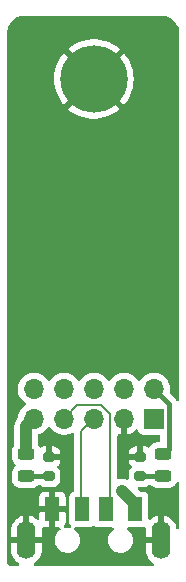
<source format=gbr>
%TF.GenerationSoftware,KiCad,Pcbnew,6.0.11+dfsg-1*%
%TF.CreationDate,2025-01-09T09:40:10-08:00*%
%TF.ProjectId,eUSB,65555342-2e6b-4696-9361-645f70636258,rev?*%
%TF.SameCoordinates,Original*%
%TF.FileFunction,Copper,L1,Top*%
%TF.FilePolarity,Positive*%
%FSLAX46Y46*%
G04 Gerber Fmt 4.6, Leading zero omitted, Abs format (unit mm)*
G04 Created by KiCad (PCBNEW 6.0.11+dfsg-1) date 2025-01-09 09:40:10*
%MOMM*%
%LPD*%
G01*
G04 APERTURE LIST*
G04 Aperture macros list*
%AMRoundRect*
0 Rectangle with rounded corners*
0 $1 Rounding radius*
0 $2 $3 $4 $5 $6 $7 $8 $9 X,Y pos of 4 corners*
0 Add a 4 corners polygon primitive as box body*
4,1,4,$2,$3,$4,$5,$6,$7,$8,$9,$2,$3,0*
0 Add four circle primitives for the rounded corners*
1,1,$1+$1,$2,$3*
1,1,$1+$1,$4,$5*
1,1,$1+$1,$6,$7*
1,1,$1+$1,$8,$9*
0 Add four rect primitives between the rounded corners*
20,1,$1+$1,$2,$3,$4,$5,0*
20,1,$1+$1,$4,$5,$6,$7,0*
20,1,$1+$1,$6,$7,$8,$9,0*
20,1,$1+$1,$8,$9,$2,$3,0*%
G04 Aperture macros list end*
%TA.AperFunction,SMDPad,CuDef*%
%ADD10RoundRect,0.200000X0.275000X-0.200000X0.275000X0.200000X-0.275000X0.200000X-0.275000X-0.200000X0*%
%TD*%
%TA.AperFunction,ComponentPad*%
%ADD11C,5.700000*%
%TD*%
%TA.AperFunction,SMDPad,CuDef*%
%ADD12RoundRect,0.243750X0.456250X-0.243750X0.456250X0.243750X-0.456250X0.243750X-0.456250X-0.243750X0*%
%TD*%
%TA.AperFunction,ComponentPad*%
%ADD13O,1.700000X1.700000*%
%TD*%
%TA.AperFunction,ComponentPad*%
%ADD14R,1.700000X1.700000*%
%TD*%
%TA.AperFunction,SMDPad,CuDef*%
%ADD15R,1.200000X2.000000*%
%TD*%
%TA.AperFunction,ComponentPad*%
%ADD16O,1.600000X3.200000*%
%TD*%
%TA.AperFunction,ViaPad*%
%ADD17C,0.800000*%
%TD*%
%TA.AperFunction,Conductor*%
%ADD18C,1.000000*%
%TD*%
%TA.AperFunction,Conductor*%
%ADD19C,0.200000*%
%TD*%
%TA.AperFunction,Conductor*%
%ADD20C,0.400000*%
%TD*%
G04 APERTURE END LIST*
D10*
%TO.P,R2,1*%
%TO.N,Net-(D2-Pad1)*%
X156210000Y-93789000D03*
%TO.P,R2,2*%
%TO.N,GND*%
X156210000Y-92139000D03*
%TD*%
%TO.P,R1,1*%
%TO.N,Net-(D1-Pad1)*%
X163957000Y-93789000D03*
%TO.P,R1,2*%
%TO.N,GND*%
X163957000Y-92139000D03*
%TD*%
D11*
%TO.P,H1,1,1*%
%TO.N,GND*%
X160020000Y-60130000D03*
%TD*%
D12*
%TO.P,D2,1,K*%
%TO.N,Net-(D2-Pad1)*%
X154305000Y-93774500D03*
%TO.P,D2,2,A*%
%TO.N,+5V*%
X154305000Y-91899500D03*
%TD*%
%TO.P,D1,1,K*%
%TO.N,Net-(D1-Pad1)*%
X165862000Y-93774500D03*
%TO.P,D1,2,A*%
%TO.N,Net-(D1-Pad2)*%
X165862000Y-91899500D03*
%TD*%
D13*
%TO.P,J1,1,Pin_1*%
%TO.N,+5V*%
X154945000Y-88905000D03*
%TO.P,J1,2,Pin_2*%
%TO.N,unconnected-(J1-Pad2)*%
X154945000Y-86365000D03*
%TO.P,J1,3,Pin_3*%
%TO.N,/D-*%
X157485000Y-88905000D03*
%TO.P,J1,4,Pin_4*%
%TO.N,unconnected-(J1-Pad4)*%
X157485000Y-86365000D03*
%TO.P,J1,5,Pin_5*%
%TO.N,/D+*%
X160025000Y-88905000D03*
%TO.P,J1,6,Pin_6*%
%TO.N,unconnected-(J1-Pad6)*%
X160025000Y-86365000D03*
%TO.P,J1,7,Pin_7*%
%TO.N,GND*%
X162565000Y-88905000D03*
%TO.P,J1,8,Pin_8*%
%TO.N,unconnected-(J1-Pad8)*%
X162565000Y-86365000D03*
D14*
%TO.P,J1,9,Pin_9*%
%TO.N,/KEY*%
X165105000Y-88905000D03*
D13*
%TO.P,J1,10,Pin_10*%
%TO.N,Net-(D1-Pad2)*%
X165105000Y-86365000D03*
%TD*%
D15*
%TO.P,J2,1,VCC*%
%TO.N,+5V*%
X163520000Y-96587000D03*
%TO.P,J2,2,D-*%
%TO.N,/D-*%
X161020000Y-96587000D03*
%TO.P,J2,3,D+*%
%TO.N,/D+*%
X159020000Y-96587000D03*
%TO.P,J2,4,GND*%
%TO.N,GND*%
X156520000Y-96587000D03*
D16*
%TO.P,J2,S1,SHIELD*%
X154320000Y-99187000D03*
%TO.P,J2,S2,SHIELD*%
X165720000Y-99187000D03*
%TD*%
D17*
%TO.N,GND*%
X160147000Y-55626000D03*
X153543000Y-55753000D03*
X153543000Y-69088000D03*
X153543000Y-82423000D03*
X153543000Y-60198000D03*
X153543000Y-73533000D03*
X166370000Y-73533000D03*
X166370000Y-55753000D03*
X153543000Y-64643000D03*
X162560000Y-93345000D03*
X157734000Y-90932000D03*
X166370000Y-69088000D03*
X165735000Y-96139000D03*
X166370000Y-64643000D03*
X166370000Y-77978000D03*
X154432000Y-96139000D03*
X166370000Y-82423000D03*
X162560000Y-90932000D03*
X166370000Y-60198000D03*
X153543000Y-77978000D03*
%TO.N,+5V*%
X162433000Y-94996000D03*
%TD*%
D18*
%TO.N,GND*%
X156520000Y-96587000D02*
X156520000Y-96987000D01*
D19*
%TO.N,/D+*%
X158970000Y-89960000D02*
X158970000Y-96537000D01*
X158970000Y-96537000D02*
X159020000Y-96587000D01*
X160025000Y-88905000D02*
X158970000Y-89960000D01*
%TO.N,/D-*%
X161415000Y-96192000D02*
X161020000Y-96587000D01*
X160653000Y-87755000D02*
X158635000Y-87755000D01*
X158635000Y-87755000D02*
X157485000Y-88905000D01*
X161415000Y-88517000D02*
X161415000Y-96192000D01*
X160653000Y-87755000D02*
X161415000Y-88517000D01*
D18*
%TO.N,+5V*%
X154305000Y-89545000D02*
X154945000Y-88905000D01*
X163520000Y-96587000D02*
X163520000Y-96083000D01*
X154305000Y-91772500D02*
X154305000Y-89545000D01*
X163520000Y-96083000D02*
X162433000Y-94996000D01*
D20*
%TO.N,Net-(D2-Pad1)*%
X156195500Y-93774500D02*
X156210000Y-93789000D01*
X154305000Y-93774500D02*
X156195500Y-93774500D01*
%TO.N,Net-(D1-Pad1)*%
X163830000Y-93749500D02*
X165862000Y-93749500D01*
%TO.N,Net-(D1-Pad2)*%
X165862000Y-91924500D02*
X166355000Y-91431500D01*
X166355000Y-87615000D02*
X165105000Y-86365000D01*
X166355000Y-91431500D02*
X166355000Y-87615000D01*
%TD*%
%TA.AperFunction,Conductor*%
%TO.N,GND*%
G36*
X165705018Y-54778841D02*
G01*
X165719851Y-54781151D01*
X165719855Y-54781151D01*
X165728724Y-54782532D01*
X165743981Y-54780537D01*
X165769301Y-54779794D01*
X165942834Y-54792206D01*
X165960617Y-54794763D01*
X166155412Y-54837138D01*
X166172655Y-54842202D01*
X166172769Y-54842244D01*
X166359430Y-54911866D01*
X166375776Y-54919330D01*
X166426619Y-54947093D01*
X166550746Y-55014873D01*
X166565867Y-55024591D01*
X166725457Y-55144061D01*
X166739033Y-55155825D01*
X166879998Y-55296793D01*
X166891759Y-55310366D01*
X167004108Y-55460450D01*
X167011225Y-55469957D01*
X167020941Y-55485075D01*
X167116484Y-55660055D01*
X167123946Y-55676399D01*
X167193605Y-55863172D01*
X167198670Y-55880421D01*
X167241041Y-56075212D01*
X167243599Y-56093006D01*
X167255512Y-56259612D01*
X167254800Y-56276711D01*
X167254801Y-56276711D01*
X167254691Y-56285681D01*
X167253309Y-56294555D01*
X167254473Y-56303458D01*
X167254473Y-56303459D01*
X167257437Y-56326130D01*
X167258500Y-56342464D01*
X167258500Y-87309967D01*
X167238498Y-87378088D01*
X167184842Y-87424581D01*
X167114568Y-87434685D01*
X167049988Y-87405191D01*
X167017127Y-87360614D01*
X167013752Y-87352925D01*
X167012550Y-87350187D01*
X167010065Y-87344096D01*
X167009365Y-87342242D01*
X166987487Y-87284344D01*
X166983183Y-87278081D01*
X166981946Y-87275715D01*
X166973701Y-87260903D01*
X166972368Y-87258649D01*
X166969315Y-87251695D01*
X166930413Y-87200998D01*
X166926541Y-87195668D01*
X166894661Y-87149280D01*
X166894656Y-87149275D01*
X166890357Y-87143019D01*
X166843829Y-87101564D01*
X166838554Y-87096584D01*
X166476383Y-86734413D01*
X166442357Y-86672101D01*
X166440556Y-86628871D01*
X166466092Y-86434908D01*
X166466529Y-86431590D01*
X166468156Y-86365000D01*
X166449852Y-86142361D01*
X166395431Y-85925702D01*
X166306354Y-85720840D01*
X166185014Y-85533277D01*
X166034670Y-85368051D01*
X166030619Y-85364852D01*
X166030615Y-85364848D01*
X165863414Y-85232800D01*
X165863410Y-85232798D01*
X165859359Y-85229598D01*
X165663789Y-85121638D01*
X165658920Y-85119914D01*
X165658916Y-85119912D01*
X165458087Y-85048795D01*
X165458083Y-85048794D01*
X165453212Y-85047069D01*
X165448119Y-85046162D01*
X165448116Y-85046161D01*
X165238373Y-85008800D01*
X165238367Y-85008799D01*
X165233284Y-85007894D01*
X165159452Y-85006992D01*
X165015081Y-85005228D01*
X165015079Y-85005228D01*
X165009911Y-85005165D01*
X164789091Y-85038955D01*
X164576756Y-85108357D01*
X164378607Y-85211507D01*
X164374474Y-85214610D01*
X164374471Y-85214612D01*
X164350247Y-85232800D01*
X164199965Y-85345635D01*
X164045629Y-85507138D01*
X163938201Y-85664621D01*
X163883293Y-85709621D01*
X163812768Y-85717792D01*
X163749021Y-85686538D01*
X163728324Y-85662054D01*
X163647822Y-85537617D01*
X163647820Y-85537614D01*
X163645014Y-85533277D01*
X163494670Y-85368051D01*
X163490619Y-85364852D01*
X163490615Y-85364848D01*
X163323414Y-85232800D01*
X163323410Y-85232798D01*
X163319359Y-85229598D01*
X163123789Y-85121638D01*
X163118920Y-85119914D01*
X163118916Y-85119912D01*
X162918087Y-85048795D01*
X162918083Y-85048794D01*
X162913212Y-85047069D01*
X162908119Y-85046162D01*
X162908116Y-85046161D01*
X162698373Y-85008800D01*
X162698367Y-85008799D01*
X162693284Y-85007894D01*
X162619452Y-85006992D01*
X162475081Y-85005228D01*
X162475079Y-85005228D01*
X162469911Y-85005165D01*
X162249091Y-85038955D01*
X162036756Y-85108357D01*
X161838607Y-85211507D01*
X161834474Y-85214610D01*
X161834471Y-85214612D01*
X161810247Y-85232800D01*
X161659965Y-85345635D01*
X161505629Y-85507138D01*
X161398201Y-85664621D01*
X161343293Y-85709621D01*
X161272768Y-85717792D01*
X161209021Y-85686538D01*
X161188324Y-85662054D01*
X161107822Y-85537617D01*
X161107820Y-85537614D01*
X161105014Y-85533277D01*
X160954670Y-85368051D01*
X160950619Y-85364852D01*
X160950615Y-85364848D01*
X160783414Y-85232800D01*
X160783410Y-85232798D01*
X160779359Y-85229598D01*
X160583789Y-85121638D01*
X160578920Y-85119914D01*
X160578916Y-85119912D01*
X160378087Y-85048795D01*
X160378083Y-85048794D01*
X160373212Y-85047069D01*
X160368119Y-85046162D01*
X160368116Y-85046161D01*
X160158373Y-85008800D01*
X160158367Y-85008799D01*
X160153284Y-85007894D01*
X160079452Y-85006992D01*
X159935081Y-85005228D01*
X159935079Y-85005228D01*
X159929911Y-85005165D01*
X159709091Y-85038955D01*
X159496756Y-85108357D01*
X159298607Y-85211507D01*
X159294474Y-85214610D01*
X159294471Y-85214612D01*
X159270247Y-85232800D01*
X159119965Y-85345635D01*
X158965629Y-85507138D01*
X158858201Y-85664621D01*
X158803293Y-85709621D01*
X158732768Y-85717792D01*
X158669021Y-85686538D01*
X158648324Y-85662054D01*
X158567822Y-85537617D01*
X158567820Y-85537614D01*
X158565014Y-85533277D01*
X158414670Y-85368051D01*
X158410619Y-85364852D01*
X158410615Y-85364848D01*
X158243414Y-85232800D01*
X158243410Y-85232798D01*
X158239359Y-85229598D01*
X158043789Y-85121638D01*
X158038920Y-85119914D01*
X158038916Y-85119912D01*
X157838087Y-85048795D01*
X157838083Y-85048794D01*
X157833212Y-85047069D01*
X157828119Y-85046162D01*
X157828116Y-85046161D01*
X157618373Y-85008800D01*
X157618367Y-85008799D01*
X157613284Y-85007894D01*
X157539452Y-85006992D01*
X157395081Y-85005228D01*
X157395079Y-85005228D01*
X157389911Y-85005165D01*
X157169091Y-85038955D01*
X156956756Y-85108357D01*
X156758607Y-85211507D01*
X156754474Y-85214610D01*
X156754471Y-85214612D01*
X156730247Y-85232800D01*
X156579965Y-85345635D01*
X156425629Y-85507138D01*
X156318201Y-85664621D01*
X156263293Y-85709621D01*
X156192768Y-85717792D01*
X156129021Y-85686538D01*
X156108324Y-85662054D01*
X156027822Y-85537617D01*
X156027820Y-85537614D01*
X156025014Y-85533277D01*
X155874670Y-85368051D01*
X155870619Y-85364852D01*
X155870615Y-85364848D01*
X155703414Y-85232800D01*
X155703410Y-85232798D01*
X155699359Y-85229598D01*
X155503789Y-85121638D01*
X155498920Y-85119914D01*
X155498916Y-85119912D01*
X155298087Y-85048795D01*
X155298083Y-85048794D01*
X155293212Y-85047069D01*
X155288119Y-85046162D01*
X155288116Y-85046161D01*
X155078373Y-85008800D01*
X155078367Y-85008799D01*
X155073284Y-85007894D01*
X154999452Y-85006992D01*
X154855081Y-85005228D01*
X154855079Y-85005228D01*
X154849911Y-85005165D01*
X154629091Y-85038955D01*
X154416756Y-85108357D01*
X154218607Y-85211507D01*
X154214474Y-85214610D01*
X154214471Y-85214612D01*
X154190247Y-85232800D01*
X154039965Y-85345635D01*
X153885629Y-85507138D01*
X153759743Y-85691680D01*
X153665688Y-85894305D01*
X153605989Y-86109570D01*
X153582251Y-86331695D01*
X153582548Y-86336848D01*
X153582548Y-86336851D01*
X153588011Y-86431590D01*
X153595110Y-86554715D01*
X153596247Y-86559761D01*
X153596248Y-86559767D01*
X153611822Y-86628871D01*
X153644222Y-86772639D01*
X153728266Y-86979616D01*
X153779942Y-87063944D01*
X153842291Y-87165688D01*
X153844987Y-87170088D01*
X153991250Y-87338938D01*
X154163126Y-87481632D01*
X154214176Y-87511463D01*
X154236445Y-87524476D01*
X154285169Y-87576114D01*
X154298240Y-87645897D01*
X154271509Y-87711669D01*
X154231055Y-87745027D01*
X154218607Y-87751507D01*
X154214474Y-87754610D01*
X154214471Y-87754612D01*
X154084740Y-87852017D01*
X154039965Y-87885635D01*
X153885629Y-88047138D01*
X153759743Y-88231680D01*
X153665688Y-88434305D01*
X153605989Y-88649570D01*
X153605440Y-88654705D01*
X153605440Y-88654706D01*
X153590561Y-88793930D01*
X153563433Y-88859539D01*
X153558765Y-88865001D01*
X153556691Y-88867075D01*
X153529358Y-88900349D01*
X153528696Y-88901147D01*
X153468846Y-88972474D01*
X153466278Y-88977144D01*
X153462897Y-88981261D01*
X153431860Y-89039145D01*
X153419023Y-89063086D01*
X153418394Y-89064245D01*
X153376538Y-89140381D01*
X153376535Y-89140389D01*
X153373567Y-89145787D01*
X153371955Y-89150869D01*
X153369438Y-89155563D01*
X153342238Y-89244531D01*
X153341918Y-89245559D01*
X153313765Y-89334306D01*
X153313171Y-89339602D01*
X153311613Y-89344698D01*
X153305304Y-89406811D01*
X153302218Y-89437187D01*
X153302089Y-89438393D01*
X153296500Y-89488227D01*
X153296500Y-89491754D01*
X153296445Y-89492739D01*
X153295998Y-89498419D01*
X153291626Y-89541462D01*
X153293838Y-89564857D01*
X153295941Y-89587109D01*
X153296500Y-89598967D01*
X153296500Y-91092030D01*
X153276498Y-91160151D01*
X153259672Y-91181049D01*
X153254383Y-91186347D01*
X153162339Y-91335671D01*
X153107115Y-91502165D01*
X153096500Y-91605769D01*
X153096501Y-92193230D01*
X153107384Y-92298129D01*
X153109563Y-92304660D01*
X153109564Y-92304665D01*
X153143844Y-92407414D01*
X153162898Y-92464526D01*
X153255203Y-92613689D01*
X153379347Y-92737617D01*
X153382270Y-92739419D01*
X153422408Y-92796029D01*
X153425642Y-92866952D01*
X153390018Y-92928364D01*
X153383622Y-92933916D01*
X153378311Y-92937203D01*
X153254383Y-93061347D01*
X153162339Y-93210671D01*
X153107115Y-93377165D01*
X153096500Y-93480769D01*
X153096501Y-94068230D01*
X153107384Y-94173129D01*
X153109563Y-94179660D01*
X153109564Y-94179665D01*
X153129829Y-94240405D01*
X153162898Y-94339526D01*
X153255203Y-94488689D01*
X153379347Y-94612617D01*
X153528671Y-94704661D01*
X153535619Y-94706966D01*
X153535620Y-94706966D01*
X153688634Y-94757719D01*
X153688636Y-94757719D01*
X153695165Y-94759885D01*
X153798769Y-94770500D01*
X154301096Y-94770500D01*
X154811230Y-94770499D01*
X154916129Y-94759616D01*
X154922660Y-94757437D01*
X154922665Y-94757436D01*
X155075578Y-94706420D01*
X155082526Y-94704102D01*
X155231689Y-94611797D01*
X155304497Y-94538862D01*
X155366779Y-94504783D01*
X155437600Y-94509786D01*
X155482765Y-94538785D01*
X155494619Y-94550639D01*
X155641301Y-94639472D01*
X155648548Y-94641743D01*
X155648550Y-94641744D01*
X155714836Y-94662517D01*
X155804938Y-94690753D01*
X155878365Y-94697500D01*
X155881263Y-94697500D01*
X156210860Y-94697499D01*
X156541634Y-94697499D01*
X156544492Y-94697236D01*
X156544501Y-94697236D01*
X156580004Y-94693974D01*
X156615062Y-94690753D01*
X156621447Y-94688752D01*
X156771450Y-94641744D01*
X156771452Y-94641743D01*
X156778699Y-94639472D01*
X156925381Y-94550639D01*
X157046639Y-94429381D01*
X157135472Y-94282699D01*
X157186753Y-94119062D01*
X157193500Y-94045635D01*
X157193499Y-93532366D01*
X157193234Y-93529474D01*
X157187364Y-93465592D01*
X157186753Y-93458938D01*
X157135472Y-93295301D01*
X157046639Y-93148619D01*
X156950761Y-93052741D01*
X156916735Y-92990429D01*
X156921800Y-92919614D01*
X156950761Y-92874551D01*
X157040869Y-92784443D01*
X157050176Y-92772574D01*
X157131079Y-92638988D01*
X157137285Y-92625243D01*
X157184256Y-92475356D01*
X157186869Y-92462306D01*
X157191913Y-92407414D01*
X157188525Y-92395876D01*
X157187135Y-92394671D01*
X157179452Y-92393000D01*
X156082000Y-92393000D01*
X156013879Y-92372998D01*
X155967386Y-92319342D01*
X155956000Y-92267000D01*
X155956000Y-91866885D01*
X156464000Y-91866885D01*
X156468475Y-91882124D01*
X156469865Y-91883329D01*
X156477548Y-91885000D01*
X157174884Y-91885000D01*
X157190123Y-91880525D01*
X157191328Y-91879135D01*
X157192291Y-91874706D01*
X157186868Y-91815685D01*
X157184257Y-91802649D01*
X157137285Y-91652757D01*
X157131079Y-91639012D01*
X157050176Y-91505426D01*
X157040869Y-91493557D01*
X156930443Y-91383131D01*
X156918574Y-91373824D01*
X156784988Y-91292921D01*
X156771243Y-91286715D01*
X156621356Y-91239744D01*
X156608306Y-91237131D01*
X156544479Y-91231266D01*
X156538691Y-91231000D01*
X156482115Y-91231000D01*
X156466876Y-91235475D01*
X156465671Y-91236865D01*
X156464000Y-91244548D01*
X156464000Y-91866885D01*
X155956000Y-91866885D01*
X155956000Y-91249116D01*
X155951525Y-91233877D01*
X155950135Y-91232672D01*
X155942452Y-91231001D01*
X155881295Y-91231001D01*
X155875546Y-91231264D01*
X155811685Y-91237132D01*
X155798649Y-91239743D01*
X155648757Y-91286715D01*
X155635013Y-91292921D01*
X155586370Y-91322380D01*
X155517740Y-91340559D01*
X155450177Y-91318749D01*
X155413954Y-91280907D01*
X155358651Y-91191539D01*
X155354797Y-91185311D01*
X155349615Y-91180138D01*
X155345068Y-91174401D01*
X155346325Y-91173404D01*
X155316404Y-91118728D01*
X155313500Y-91091831D01*
X155313500Y-90306588D01*
X155333502Y-90238467D01*
X155387158Y-90191974D01*
X155403292Y-90185902D01*
X155442384Y-90174174D01*
X155642994Y-90075896D01*
X155824860Y-89946173D01*
X155983096Y-89788489D01*
X156113453Y-89607077D01*
X156114776Y-89608028D01*
X156161645Y-89564857D01*
X156231580Y-89552625D01*
X156297026Y-89580144D01*
X156324875Y-89611994D01*
X156384987Y-89710088D01*
X156531250Y-89878938D01*
X156703126Y-90021632D01*
X156896000Y-90134338D01*
X157104692Y-90214030D01*
X157109760Y-90215061D01*
X157109763Y-90215062D01*
X157183486Y-90230061D01*
X157323597Y-90258567D01*
X157328772Y-90258757D01*
X157328774Y-90258757D01*
X157541673Y-90266564D01*
X157541677Y-90266564D01*
X157546837Y-90266753D01*
X157551957Y-90266097D01*
X157551959Y-90266097D01*
X157763288Y-90239025D01*
X157763289Y-90239025D01*
X157768416Y-90238368D01*
X157773366Y-90236883D01*
X157977429Y-90175661D01*
X157977434Y-90175659D01*
X157982384Y-90174174D01*
X158180070Y-90077329D01*
X158250041Y-90065322D01*
X158315399Y-90093052D01*
X158355389Y-90151715D01*
X158361500Y-90190480D01*
X158361500Y-94978502D01*
X158341498Y-95046623D01*
X158287842Y-95093116D01*
X158279730Y-95096484D01*
X158189050Y-95130479D01*
X158173295Y-95136385D01*
X158056739Y-95223739D01*
X157969385Y-95340295D01*
X157918255Y-95476684D01*
X157911500Y-95538866D01*
X157911500Y-97635134D01*
X157918255Y-97697316D01*
X157969385Y-97833705D01*
X157974771Y-97840891D01*
X158048600Y-97939401D01*
X158073448Y-98005907D01*
X158058395Y-98075290D01*
X158008221Y-98125520D01*
X157933729Y-98140181D01*
X157882723Y-98134460D01*
X157829587Y-98128500D01*
X157717763Y-98128500D01*
X157714710Y-98128799D01*
X157714697Y-98128800D01*
X157604463Y-98139609D01*
X157534716Y-98126349D01*
X157483209Y-98077487D01*
X157466296Y-98008534D01*
X157491342Y-97938645D01*
X157564786Y-97840649D01*
X157573324Y-97825054D01*
X157618478Y-97704606D01*
X157622105Y-97689351D01*
X157627631Y-97638486D01*
X157628000Y-97631672D01*
X157628000Y-96859115D01*
X157623525Y-96843876D01*
X157622135Y-96842671D01*
X157614452Y-96841000D01*
X156792115Y-96841000D01*
X156776876Y-96845475D01*
X156775671Y-96846865D01*
X156774000Y-96854548D01*
X156774000Y-98076884D01*
X156778475Y-98092123D01*
X156779865Y-98093328D01*
X156787548Y-98094999D01*
X157080240Y-98094999D01*
X157148361Y-98115001D01*
X157194854Y-98168657D01*
X157204958Y-98238931D01*
X157175464Y-98303511D01*
X157159876Y-98318642D01*
X157025311Y-98428390D01*
X157025308Y-98428393D01*
X157020536Y-98432285D01*
X156888217Y-98592230D01*
X156885288Y-98597647D01*
X156885286Y-98597650D01*
X156792416Y-98769410D01*
X156792414Y-98769415D01*
X156789486Y-98774830D01*
X156728102Y-98973129D01*
X156727458Y-98979254D01*
X156727458Y-98979255D01*
X156725926Y-98993836D01*
X156706404Y-99179575D01*
X156725218Y-99386303D01*
X156726956Y-99392209D01*
X156726957Y-99392213D01*
X156770473Y-99540068D01*
X156783827Y-99585440D01*
X156879999Y-99769400D01*
X157010071Y-99931177D01*
X157014788Y-99935135D01*
X157014790Y-99935137D01*
X157118681Y-100022312D01*
X157169089Y-100064609D01*
X157174481Y-100067573D01*
X157174485Y-100067576D01*
X157345598Y-100161646D01*
X157350995Y-100164613D01*
X157548861Y-100227379D01*
X157554978Y-100228065D01*
X157554982Y-100228066D01*
X157631598Y-100236659D01*
X157710413Y-100245500D01*
X157822237Y-100245500D01*
X157825293Y-100245200D01*
X157825300Y-100245200D01*
X157970466Y-100230966D01*
X157970469Y-100230965D01*
X157976592Y-100230365D01*
X158125506Y-100185406D01*
X158169407Y-100172152D01*
X158169410Y-100172151D01*
X158175315Y-100170368D01*
X158182635Y-100166476D01*
X158353153Y-100075809D01*
X158353155Y-100075808D01*
X158358599Y-100072913D01*
X158418471Y-100024083D01*
X158514689Y-99945610D01*
X158514692Y-99945607D01*
X158519464Y-99941715D01*
X158651783Y-99781770D01*
X158655876Y-99774201D01*
X158747584Y-99604590D01*
X158747586Y-99604585D01*
X158750514Y-99599170D01*
X158811898Y-99400871D01*
X158813764Y-99383121D01*
X158832952Y-99200554D01*
X158832952Y-99200552D01*
X158833596Y-99194425D01*
X158814782Y-98987697D01*
X158812298Y-98979255D01*
X158757912Y-98794469D01*
X158756173Y-98788560D01*
X158660001Y-98604600D01*
X158529929Y-98442823D01*
X158517371Y-98432285D01*
X158381197Y-98318022D01*
X158341870Y-98258912D01*
X158340744Y-98187924D01*
X158378175Y-98127597D01*
X158442280Y-98097083D01*
X158462188Y-98095500D01*
X159668134Y-98095500D01*
X159730316Y-98088745D01*
X159866705Y-98037615D01*
X159909013Y-98005907D01*
X159944435Y-97979360D01*
X160010942Y-97954512D01*
X160080324Y-97969565D01*
X160095565Y-97979360D01*
X160130987Y-98005907D01*
X160173295Y-98037615D01*
X160309684Y-98088745D01*
X160371866Y-98095500D01*
X161579626Y-98095500D01*
X161647747Y-98115502D01*
X161694240Y-98169158D01*
X161704344Y-98239432D01*
X161674850Y-98304012D01*
X161659262Y-98319143D01*
X161525311Y-98428390D01*
X161525308Y-98428393D01*
X161520536Y-98432285D01*
X161388217Y-98592230D01*
X161385288Y-98597647D01*
X161385286Y-98597650D01*
X161292416Y-98769410D01*
X161292414Y-98769415D01*
X161289486Y-98774830D01*
X161228102Y-98973129D01*
X161227458Y-98979254D01*
X161227458Y-98979255D01*
X161225926Y-98993836D01*
X161206404Y-99179575D01*
X161225218Y-99386303D01*
X161226956Y-99392209D01*
X161226957Y-99392213D01*
X161270473Y-99540068D01*
X161283827Y-99585440D01*
X161379999Y-99769400D01*
X161510071Y-99931177D01*
X161514788Y-99935135D01*
X161514790Y-99935137D01*
X161618681Y-100022312D01*
X161669089Y-100064609D01*
X161674481Y-100067573D01*
X161674485Y-100067576D01*
X161845598Y-100161646D01*
X161850995Y-100164613D01*
X162048861Y-100227379D01*
X162054978Y-100228065D01*
X162054982Y-100228066D01*
X162131598Y-100236659D01*
X162210413Y-100245500D01*
X162322237Y-100245500D01*
X162325293Y-100245200D01*
X162325300Y-100245200D01*
X162470466Y-100230966D01*
X162470469Y-100230965D01*
X162476592Y-100230365D01*
X162625506Y-100185406D01*
X162669407Y-100172152D01*
X162669410Y-100172151D01*
X162675315Y-100170368D01*
X162682635Y-100166476D01*
X162853153Y-100075809D01*
X162853155Y-100075808D01*
X162858599Y-100072913D01*
X162918471Y-100024083D01*
X163014689Y-99945610D01*
X163014692Y-99945607D01*
X163019464Y-99941715D01*
X163151783Y-99781770D01*
X163155876Y-99774201D01*
X163247584Y-99604590D01*
X163247586Y-99604585D01*
X163250514Y-99599170D01*
X163311898Y-99400871D01*
X163313764Y-99383121D01*
X163332952Y-99200554D01*
X163332952Y-99200552D01*
X163333596Y-99194425D01*
X163314782Y-98987697D01*
X163312298Y-98979255D01*
X163257912Y-98794469D01*
X163256173Y-98788560D01*
X163160001Y-98604600D01*
X163029929Y-98442823D01*
X163017371Y-98432285D01*
X162881197Y-98318022D01*
X162841870Y-98258912D01*
X162840744Y-98187924D01*
X162878175Y-98127597D01*
X162942280Y-98097083D01*
X162962188Y-98095500D01*
X164168134Y-98095500D01*
X164230316Y-98088745D01*
X164237714Y-98085972D01*
X164237721Y-98085970D01*
X164252803Y-98080316D01*
X164323610Y-98075133D01*
X164385978Y-98109055D01*
X164420107Y-98171311D01*
X164422552Y-98209279D01*
X164412238Y-98327170D01*
X164412000Y-98332635D01*
X164412000Y-98914885D01*
X164416475Y-98930124D01*
X164417865Y-98931329D01*
X164425548Y-98933000D01*
X165447885Y-98933000D01*
X165463124Y-98928525D01*
X165464329Y-98927135D01*
X165466000Y-98919452D01*
X165466000Y-97119033D01*
X165462027Y-97105502D01*
X165453478Y-97104273D01*
X165276239Y-97151764D01*
X165265947Y-97155510D01*
X165068489Y-97247586D01*
X165058993Y-97253069D01*
X164880533Y-97378028D01*
X164872125Y-97385084D01*
X164843595Y-97413614D01*
X164781283Y-97447640D01*
X164710468Y-97442575D01*
X164653632Y-97400028D01*
X164628821Y-97333508D01*
X164628500Y-97324519D01*
X164628500Y-95538866D01*
X164621745Y-95476684D01*
X164570615Y-95340295D01*
X164483261Y-95223739D01*
X164366705Y-95136385D01*
X164230316Y-95085255D01*
X164168134Y-95078500D01*
X163993925Y-95078500D01*
X163925804Y-95058498D01*
X163904830Y-95041595D01*
X163775830Y-94912595D01*
X163741804Y-94850283D01*
X163746869Y-94779468D01*
X163789416Y-94722632D01*
X163855936Y-94697821D01*
X163864925Y-94697500D01*
X164280747Y-94697499D01*
X164288634Y-94697499D01*
X164291492Y-94697236D01*
X164291501Y-94697236D01*
X164327004Y-94693974D01*
X164362062Y-94690753D01*
X164368447Y-94688752D01*
X164518450Y-94641744D01*
X164518452Y-94641743D01*
X164525699Y-94639472D01*
X164672381Y-94550639D01*
X164684215Y-94538805D01*
X164746527Y-94504779D01*
X164817342Y-94509844D01*
X164862328Y-94538727D01*
X164874261Y-94550639D01*
X164936347Y-94612617D01*
X165085671Y-94704661D01*
X165092619Y-94706966D01*
X165092620Y-94706966D01*
X165245634Y-94757719D01*
X165245636Y-94757719D01*
X165252165Y-94759885D01*
X165355769Y-94770500D01*
X165858096Y-94770500D01*
X166368230Y-94770499D01*
X166473129Y-94759616D01*
X166479660Y-94757437D01*
X166479665Y-94757436D01*
X166632578Y-94706420D01*
X166639526Y-94704102D01*
X166788689Y-94611797D01*
X166912617Y-94487653D01*
X167004661Y-94338329D01*
X167012907Y-94313469D01*
X167053338Y-94255109D01*
X167118902Y-94227872D01*
X167188783Y-94240405D01*
X167240795Y-94288730D01*
X167258500Y-94353136D01*
X167258500Y-98117970D01*
X167238498Y-98186091D01*
X167184842Y-98232584D01*
X167114568Y-98242688D01*
X167049988Y-98213194D01*
X167010793Y-98150581D01*
X166955236Y-97943239D01*
X166951490Y-97932947D01*
X166859414Y-97735489D01*
X166853931Y-97725993D01*
X166728972Y-97547533D01*
X166721916Y-97539125D01*
X166567875Y-97385084D01*
X166559467Y-97378028D01*
X166381007Y-97253069D01*
X166371511Y-97247586D01*
X166174053Y-97155510D01*
X166163761Y-97151764D01*
X165991497Y-97105606D01*
X165977401Y-97105942D01*
X165974000Y-97113884D01*
X165974000Y-99315000D01*
X165953998Y-99383121D01*
X165900342Y-99429614D01*
X165848000Y-99441000D01*
X164430115Y-99441000D01*
X164414876Y-99445475D01*
X164413671Y-99446865D01*
X164412000Y-99454548D01*
X164412000Y-100041365D01*
X164412238Y-100046830D01*
X164426472Y-100209519D01*
X164428375Y-100220312D01*
X164484764Y-100430761D01*
X164488510Y-100441053D01*
X164580586Y-100638511D01*
X164586069Y-100648007D01*
X164711028Y-100826467D01*
X164718084Y-100834875D01*
X164872125Y-100988916D01*
X164880533Y-100995972D01*
X165061475Y-101122669D01*
X165105803Y-101178126D01*
X165113112Y-101248746D01*
X165081081Y-101312106D01*
X165019880Y-101348091D01*
X164989204Y-101351882D01*
X155050796Y-101351882D01*
X154982675Y-101331880D01*
X154936182Y-101278224D01*
X154926078Y-101207950D01*
X154955572Y-101143370D01*
X154978525Y-101122669D01*
X155159467Y-100995972D01*
X155167875Y-100988916D01*
X155321916Y-100834875D01*
X155328972Y-100826467D01*
X155453931Y-100648007D01*
X155459414Y-100638511D01*
X155551490Y-100441053D01*
X155555236Y-100430761D01*
X155611625Y-100220312D01*
X155613528Y-100209519D01*
X155627762Y-100046830D01*
X155628000Y-100041365D01*
X155628000Y-99459115D01*
X155623525Y-99443876D01*
X155622135Y-99442671D01*
X155614452Y-99441000D01*
X153030115Y-99441000D01*
X153014876Y-99445475D01*
X153013671Y-99446865D01*
X153012000Y-99454548D01*
X153012000Y-100041365D01*
X153012238Y-100046830D01*
X153026472Y-100209519D01*
X153028375Y-100220312D01*
X153084764Y-100430761D01*
X153088510Y-100441053D01*
X153180586Y-100638511D01*
X153186069Y-100648007D01*
X153311028Y-100826467D01*
X153318084Y-100834875D01*
X153472125Y-100988916D01*
X153480533Y-100995972D01*
X153661475Y-101122669D01*
X153705803Y-101178126D01*
X153713112Y-101248746D01*
X153681081Y-101312106D01*
X153619880Y-101348091D01*
X153589204Y-101351882D01*
X153079121Y-101351882D01*
X153059289Y-101350311D01*
X153045606Y-101348130D01*
X153045604Y-101348130D01*
X153036739Y-101346717D01*
X153027835Y-101347849D01*
X153018856Y-101347707D01*
X153018859Y-101347502D01*
X152997418Y-101347416D01*
X152949278Y-101340901D01*
X152917538Y-101332274D01*
X152857280Y-101307059D01*
X152828855Y-101290511D01*
X152803018Y-101270537D01*
X152777179Y-101250562D01*
X152754005Y-101227220D01*
X152714431Y-101175258D01*
X152698087Y-101146713D01*
X152697927Y-101146322D01*
X152673308Y-101086271D01*
X152664911Y-101054472D01*
X152659200Y-101009838D01*
X152658197Y-100991852D01*
X152658252Y-100988387D01*
X152659665Y-100979524D01*
X152658394Y-100969516D01*
X152655505Y-100946786D01*
X152654500Y-100930903D01*
X152654500Y-98914885D01*
X153012000Y-98914885D01*
X153016475Y-98930124D01*
X153017865Y-98931329D01*
X153025548Y-98933000D01*
X154047885Y-98933000D01*
X154063124Y-98928525D01*
X154064329Y-98927135D01*
X154066000Y-98919452D01*
X154066000Y-98914885D01*
X154574000Y-98914885D01*
X154578475Y-98930124D01*
X154579865Y-98931329D01*
X154587548Y-98933000D01*
X155609885Y-98933000D01*
X155625124Y-98928525D01*
X155626329Y-98927135D01*
X155628000Y-98919452D01*
X155628000Y-98332635D01*
X155627762Y-98327172D01*
X155617399Y-98208728D01*
X155631388Y-98139123D01*
X155680787Y-98088131D01*
X155749913Y-98071940D01*
X155787147Y-98079763D01*
X155802392Y-98085478D01*
X155817649Y-98089105D01*
X155868514Y-98094631D01*
X155875328Y-98095000D01*
X156247885Y-98095000D01*
X156263124Y-98090525D01*
X156264329Y-98089135D01*
X156266000Y-98081452D01*
X156266000Y-96859115D01*
X156261525Y-96843876D01*
X156260135Y-96842671D01*
X156252452Y-96841000D01*
X155430116Y-96841000D01*
X155414877Y-96845475D01*
X155413672Y-96846865D01*
X155412001Y-96854548D01*
X155412001Y-97325020D01*
X155391999Y-97393141D01*
X155338343Y-97439634D01*
X155268069Y-97449738D01*
X155203489Y-97420244D01*
X155196906Y-97414115D01*
X155167875Y-97385084D01*
X155159467Y-97378028D01*
X154981007Y-97253069D01*
X154971511Y-97247586D01*
X154774053Y-97155510D01*
X154763761Y-97151764D01*
X154591497Y-97105606D01*
X154577401Y-97105942D01*
X154574000Y-97113884D01*
X154574000Y-98914885D01*
X154066000Y-98914885D01*
X154066000Y-97119033D01*
X154062027Y-97105502D01*
X154053478Y-97104273D01*
X153876239Y-97151764D01*
X153865947Y-97155510D01*
X153668489Y-97247586D01*
X153658993Y-97253069D01*
X153480533Y-97378028D01*
X153472125Y-97385084D01*
X153318084Y-97539125D01*
X153311028Y-97547533D01*
X153186069Y-97725993D01*
X153180586Y-97735489D01*
X153088510Y-97932947D01*
X153084764Y-97943239D01*
X153028375Y-98153688D01*
X153026472Y-98164481D01*
X153012238Y-98327170D01*
X153012000Y-98332635D01*
X153012000Y-98914885D01*
X152654500Y-98914885D01*
X152654500Y-96314885D01*
X155412000Y-96314885D01*
X155416475Y-96330124D01*
X155417865Y-96331329D01*
X155425548Y-96333000D01*
X156247885Y-96333000D01*
X156263124Y-96328525D01*
X156264329Y-96327135D01*
X156266000Y-96319452D01*
X156266000Y-96314885D01*
X156774000Y-96314885D01*
X156778475Y-96330124D01*
X156779865Y-96331329D01*
X156787548Y-96333000D01*
X157609884Y-96333000D01*
X157625123Y-96328525D01*
X157626328Y-96327135D01*
X157627999Y-96319452D01*
X157627999Y-95542331D01*
X157627629Y-95535510D01*
X157622105Y-95484648D01*
X157618479Y-95469396D01*
X157573324Y-95348946D01*
X157564786Y-95333351D01*
X157488285Y-95231276D01*
X157475724Y-95218715D01*
X157373649Y-95142214D01*
X157358054Y-95133676D01*
X157237606Y-95088522D01*
X157222351Y-95084895D01*
X157171486Y-95079369D01*
X157164672Y-95079000D01*
X156792115Y-95079000D01*
X156776876Y-95083475D01*
X156775671Y-95084865D01*
X156774000Y-95092548D01*
X156774000Y-96314885D01*
X156266000Y-96314885D01*
X156266000Y-95097116D01*
X156261525Y-95081877D01*
X156260135Y-95080672D01*
X156252452Y-95079001D01*
X155875331Y-95079001D01*
X155868510Y-95079371D01*
X155817648Y-95084895D01*
X155802396Y-95088521D01*
X155681946Y-95133676D01*
X155666351Y-95142214D01*
X155564276Y-95218715D01*
X155551715Y-95231276D01*
X155475214Y-95333351D01*
X155466676Y-95348946D01*
X155421522Y-95469394D01*
X155417895Y-95484649D01*
X155412369Y-95535514D01*
X155412000Y-95542328D01*
X155412000Y-96314885D01*
X152654500Y-96314885D01*
X152654500Y-62681745D01*
X157833795Y-62681745D01*
X157833871Y-62682815D01*
X157837055Y-62687648D01*
X158117342Y-62902720D01*
X158122972Y-62906575D01*
X158427929Y-63091992D01*
X158433931Y-63095210D01*
X158757139Y-63246611D01*
X158763444Y-63249159D01*
X159101117Y-63364771D01*
X159107668Y-63366624D01*
X159455838Y-63445087D01*
X159462557Y-63446224D01*
X159817174Y-63486628D01*
X159823964Y-63487031D01*
X160180865Y-63488899D01*
X160187666Y-63488567D01*
X160542686Y-63451880D01*
X160549414Y-63450814D01*
X160898402Y-63375997D01*
X160904950Y-63374218D01*
X161243820Y-63262147D01*
X161250162Y-63259661D01*
X161574921Y-63111660D01*
X161580975Y-63108495D01*
X161887839Y-62926293D01*
X161893520Y-62922490D01*
X162178918Y-62708207D01*
X162184145Y-62703821D01*
X162196988Y-62691803D01*
X162205057Y-62678123D01*
X162205029Y-62677398D01*
X162199887Y-62669097D01*
X160032812Y-60502022D01*
X160018868Y-60494408D01*
X160017035Y-60494539D01*
X160010420Y-60498790D01*
X157841409Y-62667801D01*
X157833795Y-62681745D01*
X152654500Y-62681745D01*
X152654500Y-60121657D01*
X156657260Y-60121657D01*
X156675318Y-60478127D01*
X156676028Y-60484883D01*
X156732478Y-60837305D01*
X156733917Y-60843960D01*
X156828094Y-61188215D01*
X156830243Y-61194676D01*
X156961053Y-61526756D01*
X156963884Y-61532939D01*
X157129792Y-61848949D01*
X157133275Y-61854791D01*
X157332340Y-62151031D01*
X157336442Y-62156475D01*
X157460942Y-62304322D01*
X157473680Y-62312764D01*
X157484124Y-62306666D01*
X159647978Y-60142812D01*
X159654356Y-60131132D01*
X160384408Y-60131132D01*
X160384539Y-60132965D01*
X160388790Y-60139580D01*
X162554463Y-62305253D01*
X162568060Y-62312678D01*
X162577669Y-62305981D01*
X162682197Y-62184457D01*
X162686346Y-62179069D01*
X162888503Y-61884929D01*
X162892050Y-61879118D01*
X163061250Y-61564879D01*
X163064157Y-61558701D01*
X163198435Y-61228016D01*
X163200649Y-61221586D01*
X163298427Y-60878331D01*
X163299934Y-60871701D01*
X163360073Y-60519873D01*
X163360853Y-60513133D01*
X163382740Y-60155275D01*
X163382856Y-60151673D01*
X163382926Y-60131820D01*
X163382834Y-60128193D01*
X163363446Y-59770208D01*
X163362711Y-59763442D01*
X163305034Y-59411233D01*
X163303567Y-59404561D01*
X163208194Y-59060655D01*
X163206020Y-59054192D01*
X163074053Y-58722575D01*
X163071197Y-58716395D01*
X162904194Y-58400981D01*
X162900682Y-58395137D01*
X162700588Y-58099598D01*
X162696467Y-58094170D01*
X162579041Y-57955704D01*
X162566215Y-57947267D01*
X162555890Y-57953320D01*
X160392022Y-60117188D01*
X160384408Y-60131132D01*
X159654356Y-60131132D01*
X159655592Y-60128868D01*
X159655461Y-60127035D01*
X159651210Y-60120420D01*
X157485527Y-57954737D01*
X157471990Y-57947345D01*
X157462289Y-57954132D01*
X157350649Y-58084847D01*
X157346515Y-58090255D01*
X157145394Y-58385086D01*
X157141859Y-58390923D01*
X156973754Y-58705757D01*
X156970878Y-58711926D01*
X156837754Y-59043081D01*
X156835561Y-59049521D01*
X156738979Y-59393121D01*
X156737496Y-59399756D01*
X156678589Y-59751773D01*
X156677830Y-59758545D01*
X156657284Y-60114862D01*
X156657260Y-60121657D01*
X152654500Y-60121657D01*
X152654500Y-57581492D01*
X157834580Y-57581492D01*
X157834615Y-57582333D01*
X157839667Y-57590457D01*
X160007188Y-59757978D01*
X160021132Y-59765592D01*
X160022965Y-59765461D01*
X160029580Y-59761210D01*
X162198166Y-57592624D01*
X162205780Y-57578680D01*
X162205712Y-57577723D01*
X162200771Y-57570251D01*
X162196870Y-57566931D01*
X161912958Y-57350649D01*
X161907332Y-57346825D01*
X161601722Y-57162469D01*
X161595710Y-57159272D01*
X161271966Y-57008995D01*
X161265666Y-57006475D01*
X160927595Y-56892045D01*
X160921017Y-56890209D01*
X160572592Y-56812965D01*
X160565857Y-56811850D01*
X160211106Y-56772685D01*
X160204324Y-56772306D01*
X159847395Y-56771683D01*
X159840622Y-56772038D01*
X159485714Y-56809966D01*
X159479005Y-56811053D01*
X159130289Y-56887086D01*
X159123714Y-56888897D01*
X158785250Y-57002145D01*
X158778928Y-57004648D01*
X158454680Y-57153785D01*
X158448637Y-57156971D01*
X158142404Y-57340248D01*
X158136744Y-57344066D01*
X157852094Y-57559346D01*
X157846891Y-57563742D01*
X157842601Y-57567785D01*
X157834580Y-57581492D01*
X152654500Y-57581492D01*
X152654500Y-56350198D01*
X152656000Y-56330815D01*
X152658310Y-56315981D01*
X152658310Y-56315977D01*
X152659691Y-56307107D01*
X152657696Y-56291851D01*
X152656953Y-56266528D01*
X152669360Y-56093010D01*
X152671918Y-56075214D01*
X152671919Y-56075212D01*
X152684808Y-56015956D01*
X152714290Y-55880426D01*
X152719355Y-55863176D01*
X152789017Y-55676401D01*
X152796486Y-55660047D01*
X152892018Y-55485094D01*
X152901737Y-55469970D01*
X153021203Y-55310384D01*
X153032977Y-55296797D01*
X153132951Y-55196826D01*
X153173938Y-55155841D01*
X153187520Y-55144073D01*
X153347106Y-55024615D01*
X153362229Y-55014896D01*
X153537191Y-54919365D01*
X153553546Y-54911897D01*
X153740314Y-54842244D01*
X153757563Y-54837180D01*
X153952360Y-54794812D01*
X153970154Y-54792254D01*
X154062978Y-54785620D01*
X154136833Y-54780341D01*
X154153854Y-54781048D01*
X154153854Y-54781040D01*
X154162825Y-54781150D01*
X154171699Y-54782532D01*
X154180604Y-54781368D01*
X154203279Y-54778404D01*
X154219610Y-54777341D01*
X165685633Y-54777341D01*
X165705018Y-54778841D01*
G37*
%TD.AperFunction*%
%TA.AperFunction,Conductor*%
G36*
X162761121Y-88671002D02*
G01*
X162807614Y-88724658D01*
X162819000Y-88777000D01*
X162819000Y-90223517D01*
X162823064Y-90237359D01*
X162836478Y-90239393D01*
X162843184Y-90238534D01*
X162853262Y-90236392D01*
X163057255Y-90175191D01*
X163066842Y-90171433D01*
X163258095Y-90077739D01*
X163266945Y-90072464D01*
X163440328Y-89948792D01*
X163448193Y-89942145D01*
X163552897Y-89837805D01*
X163615268Y-89803889D01*
X163686075Y-89809077D01*
X163742837Y-89851723D01*
X163759819Y-89882826D01*
X163804385Y-90001705D01*
X163891739Y-90118261D01*
X164008295Y-90205615D01*
X164144684Y-90256745D01*
X164206866Y-90263500D01*
X165520500Y-90263500D01*
X165588621Y-90283502D01*
X165635114Y-90337158D01*
X165646500Y-90389500D01*
X165646500Y-90777501D01*
X165626498Y-90845622D01*
X165572842Y-90892115D01*
X165520500Y-90903501D01*
X165355770Y-90903501D01*
X165250871Y-90914384D01*
X165244340Y-90916563D01*
X165244335Y-90916564D01*
X165096189Y-90965990D01*
X165084474Y-90969898D01*
X164935311Y-91062203D01*
X164811383Y-91186347D01*
X164807542Y-91192578D01*
X164807540Y-91192581D01*
X164753198Y-91280741D01*
X164700427Y-91328235D01*
X164630355Y-91339659D01*
X164580666Y-91322402D01*
X164531987Y-91292921D01*
X164518243Y-91286715D01*
X164368356Y-91239744D01*
X164355306Y-91237131D01*
X164291479Y-91231266D01*
X164285691Y-91231000D01*
X164229115Y-91231000D01*
X164213876Y-91235475D01*
X164212671Y-91236865D01*
X164211000Y-91244548D01*
X164211000Y-92267000D01*
X164190998Y-92335121D01*
X164137342Y-92381614D01*
X164085000Y-92393000D01*
X162992116Y-92393000D01*
X162976877Y-92397475D01*
X162975672Y-92398865D01*
X162974709Y-92403294D01*
X162980132Y-92462315D01*
X162982743Y-92475351D01*
X163029715Y-92625243D01*
X163035921Y-92638988D01*
X163116824Y-92772574D01*
X163126131Y-92784443D01*
X163216239Y-92874551D01*
X163250265Y-92936863D01*
X163245200Y-93007678D01*
X163216239Y-93052741D01*
X163120361Y-93148619D01*
X163031528Y-93295301D01*
X162980247Y-93458938D01*
X162973500Y-93532365D01*
X162973500Y-93535263D01*
X162973501Y-93936344D01*
X162953499Y-94004464D01*
X162899844Y-94050958D01*
X162829570Y-94061062D01*
X162810662Y-94056838D01*
X162639200Y-94004416D01*
X162639198Y-94004416D01*
X162633302Y-94002613D01*
X162575449Y-93996736D01*
X162442666Y-93983248D01*
X162442661Y-93983248D01*
X162436538Y-93982626D01*
X162312475Y-93994354D01*
X162245771Y-94000659D01*
X162245769Y-94000659D01*
X162239638Y-94001239D01*
X162233734Y-94002999D01*
X162185496Y-94017379D01*
X162114500Y-94017671D01*
X162054616Y-93979534D01*
X162024857Y-93915075D01*
X162023500Y-93896630D01*
X162023500Y-91870586D01*
X162975087Y-91870586D01*
X162978475Y-91882124D01*
X162979865Y-91883329D01*
X162987548Y-91885000D01*
X163684885Y-91885000D01*
X163700124Y-91880525D01*
X163701329Y-91879135D01*
X163703000Y-91871452D01*
X163703000Y-91249116D01*
X163698525Y-91233877D01*
X163697135Y-91232672D01*
X163689452Y-91231001D01*
X163628295Y-91231001D01*
X163622546Y-91231264D01*
X163558685Y-91237132D01*
X163545649Y-91239743D01*
X163395757Y-91286715D01*
X163382012Y-91292921D01*
X163248426Y-91373824D01*
X163236557Y-91383131D01*
X163126131Y-91493557D01*
X163116824Y-91505426D01*
X163035921Y-91639012D01*
X163029715Y-91652757D01*
X162982744Y-91802644D01*
X162980131Y-91815694D01*
X162975087Y-91870586D01*
X162023500Y-91870586D01*
X162023500Y-90334052D01*
X162043502Y-90265931D01*
X162097158Y-90219438D01*
X162167432Y-90209334D01*
X162184654Y-90213055D01*
X162189899Y-90214579D01*
X162293250Y-90235606D01*
X162307299Y-90234410D01*
X162311000Y-90224065D01*
X162311000Y-88777000D01*
X162331002Y-88708879D01*
X162384658Y-88662386D01*
X162437000Y-88651000D01*
X162693000Y-88651000D01*
X162761121Y-88671002D01*
G37*
%TD.AperFunction*%
%TD*%
M02*

</source>
